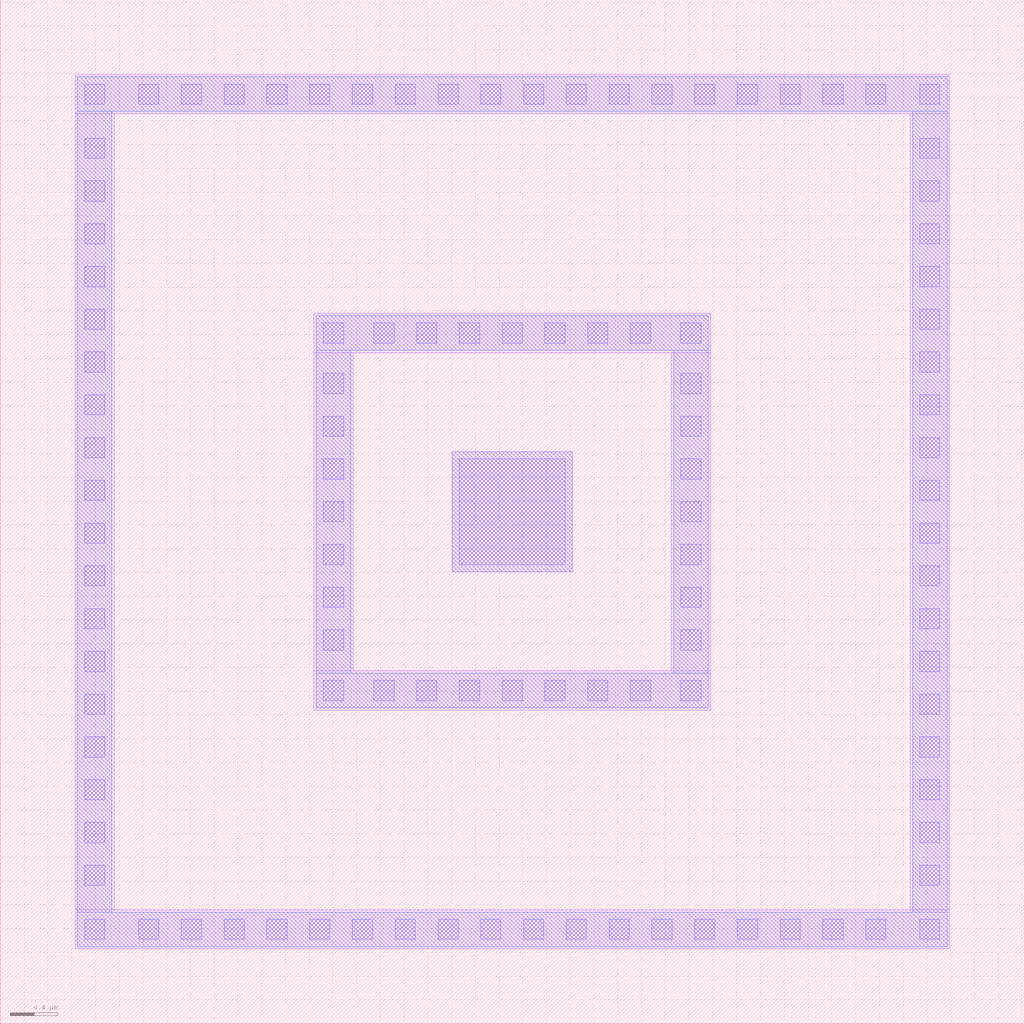
<source format=lef>
# Copyright 2020 The SkyWater PDK Authors
#
# Licensed under the Apache License, Version 2.0 (the "License");
# you may not use this file except in compliance with the License.
# You may obtain a copy of the License at
#
#     https://www.apache.org/licenses/LICENSE-2.0
#
# Unless required by applicable law or agreed to in writing, software
# distributed under the License is distributed on an "AS IS" BASIS,
# WITHOUT WARRANTIES OR CONDITIONS OF ANY KIND, either express or implied.
# See the License for the specific language governing permissions and
# limitations under the License.
#
# SPDX-License-Identifier: Apache-2.0

VERSION 5.7 ;
  NOWIREEXTENSIONATPIN ON ;
  DIVIDERCHAR "/" ;
  BUSBITCHARS "[]" ;
MACRO sky130_fd_pr__rf_npn_05v5_W1p00L1p00
  CLASS BLOCK ;
  FOREIGN sky130_fd_pr__rf_npn_05v5_W1p00L1p00 ;
  ORIGIN  0.000000  0.000000 ;
  SIZE  8.620000 BY  8.620000 ;
  OBS
    LAYER li1 ;
      RECT 0.630000 0.630000 7.990000 0.960000 ;
      RECT 0.630000 0.960000 0.960000 7.660000 ;
      RECT 0.630000 7.660000 7.990000 7.990000 ;
      RECT 2.640000 2.640000 5.980000 2.970000 ;
      RECT 2.640000 2.970000 2.970000 5.650000 ;
      RECT 2.640000 5.650000 5.980000 5.980000 ;
      RECT 3.805000 3.805000 4.815000 4.815000 ;
      RECT 5.650000 2.970000 5.980000 5.650000 ;
      RECT 7.660000 0.960000 7.990000 7.660000 ;
    LAYER mcon ;
      RECT 0.710000 0.710000 0.880000 0.880000 ;
      RECT 0.710000 1.165000 0.880000 1.335000 ;
      RECT 0.710000 1.525000 0.880000 1.695000 ;
      RECT 0.710000 1.885000 0.880000 2.055000 ;
      RECT 0.710000 2.245000 0.880000 2.415000 ;
      RECT 0.710000 2.605000 0.880000 2.775000 ;
      RECT 0.710000 2.965000 0.880000 3.135000 ;
      RECT 0.710000 3.325000 0.880000 3.495000 ;
      RECT 0.710000 3.685000 0.880000 3.855000 ;
      RECT 0.710000 4.045000 0.880000 4.215000 ;
      RECT 0.710000 4.405000 0.880000 4.575000 ;
      RECT 0.710000 4.765000 0.880000 4.935000 ;
      RECT 0.710000 5.125000 0.880000 5.295000 ;
      RECT 0.710000 5.485000 0.880000 5.655000 ;
      RECT 0.710000 5.845000 0.880000 6.015000 ;
      RECT 0.710000 6.205000 0.880000 6.375000 ;
      RECT 0.710000 6.565000 0.880000 6.735000 ;
      RECT 0.710000 6.925000 0.880000 7.095000 ;
      RECT 0.710000 7.285000 0.880000 7.455000 ;
      RECT 0.710000 7.740000 0.880000 7.910000 ;
      RECT 1.165000 0.710000 1.335000 0.880000 ;
      RECT 1.165000 7.740000 1.335000 7.910000 ;
      RECT 1.525000 0.710000 1.695000 0.880000 ;
      RECT 1.525000 7.740000 1.695000 7.910000 ;
      RECT 1.885000 0.710000 2.055000 0.880000 ;
      RECT 1.885000 7.740000 2.055000 7.910000 ;
      RECT 2.245000 0.710000 2.415000 0.880000 ;
      RECT 2.245000 7.740000 2.415000 7.910000 ;
      RECT 2.605000 0.710000 2.775000 0.880000 ;
      RECT 2.605000 7.740000 2.775000 7.910000 ;
      RECT 2.720000 2.720000 2.890000 2.890000 ;
      RECT 2.720000 3.145000 2.890000 3.315000 ;
      RECT 2.720000 3.505000 2.890000 3.675000 ;
      RECT 2.720000 3.865000 2.890000 4.035000 ;
      RECT 2.720000 4.225000 2.890000 4.395000 ;
      RECT 2.720000 4.585000 2.890000 4.755000 ;
      RECT 2.720000 4.945000 2.890000 5.115000 ;
      RECT 2.720000 5.305000 2.890000 5.475000 ;
      RECT 2.720000 5.730000 2.890000 5.900000 ;
      RECT 2.965000 0.710000 3.135000 0.880000 ;
      RECT 2.965000 7.740000 3.135000 7.910000 ;
      RECT 3.145000 2.720000 3.315000 2.890000 ;
      RECT 3.145000 5.730000 3.315000 5.900000 ;
      RECT 3.325000 0.710000 3.495000 0.880000 ;
      RECT 3.325000 7.740000 3.495000 7.910000 ;
      RECT 3.505000 2.720000 3.675000 2.890000 ;
      RECT 3.505000 5.730000 3.675000 5.900000 ;
      RECT 3.685000 0.710000 3.855000 0.880000 ;
      RECT 3.685000 7.740000 3.855000 7.910000 ;
      RECT 3.865000 2.720000 4.035000 2.890000 ;
      RECT 3.865000 3.865000 4.755000 4.755000 ;
      RECT 3.865000 5.730000 4.035000 5.900000 ;
      RECT 4.045000 0.710000 4.215000 0.880000 ;
      RECT 4.045000 7.740000 4.215000 7.910000 ;
      RECT 4.225000 2.720000 4.395000 2.890000 ;
      RECT 4.225000 5.730000 4.395000 5.900000 ;
      RECT 4.405000 0.710000 4.575000 0.880000 ;
      RECT 4.405000 7.740000 4.575000 7.910000 ;
      RECT 4.585000 2.720000 4.755000 2.890000 ;
      RECT 4.585000 5.730000 4.755000 5.900000 ;
      RECT 4.765000 0.710000 4.935000 0.880000 ;
      RECT 4.765000 7.740000 4.935000 7.910000 ;
      RECT 4.945000 2.720000 5.115000 2.890000 ;
      RECT 4.945000 5.730000 5.115000 5.900000 ;
      RECT 5.125000 0.710000 5.295000 0.880000 ;
      RECT 5.125000 7.740000 5.295000 7.910000 ;
      RECT 5.305000 2.720000 5.475000 2.890000 ;
      RECT 5.305000 5.730000 5.475000 5.900000 ;
      RECT 5.485000 0.710000 5.655000 0.880000 ;
      RECT 5.485000 7.740000 5.655000 7.910000 ;
      RECT 5.730000 2.720000 5.900000 2.890000 ;
      RECT 5.730000 3.145000 5.900000 3.315000 ;
      RECT 5.730000 3.505000 5.900000 3.675000 ;
      RECT 5.730000 3.865000 5.900000 4.035000 ;
      RECT 5.730000 4.225000 5.900000 4.395000 ;
      RECT 5.730000 4.585000 5.900000 4.755000 ;
      RECT 5.730000 4.945000 5.900000 5.115000 ;
      RECT 5.730000 5.305000 5.900000 5.475000 ;
      RECT 5.730000 5.730000 5.900000 5.900000 ;
      RECT 5.845000 0.710000 6.015000 0.880000 ;
      RECT 5.845000 7.740000 6.015000 7.910000 ;
      RECT 6.205000 0.710000 6.375000 0.880000 ;
      RECT 6.205000 7.740000 6.375000 7.910000 ;
      RECT 6.565000 0.710000 6.735000 0.880000 ;
      RECT 6.565000 7.740000 6.735000 7.910000 ;
      RECT 6.925000 0.710000 7.095000 0.880000 ;
      RECT 6.925000 7.740000 7.095000 7.910000 ;
      RECT 7.285000 0.710000 7.455000 0.880000 ;
      RECT 7.285000 7.740000 7.455000 7.910000 ;
      RECT 7.740000 0.710000 7.910000 0.880000 ;
      RECT 7.740000 1.165000 7.910000 1.335000 ;
      RECT 7.740000 1.525000 7.910000 1.695000 ;
      RECT 7.740000 1.885000 7.910000 2.055000 ;
      RECT 7.740000 2.245000 7.910000 2.415000 ;
      RECT 7.740000 2.605000 7.910000 2.775000 ;
      RECT 7.740000 2.965000 7.910000 3.135000 ;
      RECT 7.740000 3.325000 7.910000 3.495000 ;
      RECT 7.740000 3.685000 7.910000 3.855000 ;
      RECT 7.740000 4.045000 7.910000 4.215000 ;
      RECT 7.740000 4.405000 7.910000 4.575000 ;
      RECT 7.740000 4.765000 7.910000 4.935000 ;
      RECT 7.740000 5.125000 7.910000 5.295000 ;
      RECT 7.740000 5.485000 7.910000 5.655000 ;
      RECT 7.740000 5.845000 7.910000 6.015000 ;
      RECT 7.740000 6.205000 7.910000 6.375000 ;
      RECT 7.740000 6.565000 7.910000 6.735000 ;
      RECT 7.740000 6.925000 7.910000 7.095000 ;
      RECT 7.740000 7.285000 7.910000 7.455000 ;
      RECT 7.740000 7.740000 7.910000 7.910000 ;
    LAYER met1 ;
      RECT 0.650000 0.650000 7.970000 0.940000 ;
      RECT 0.650000 0.940000 0.940000 7.680000 ;
      RECT 0.650000 7.680000 7.970000 7.970000 ;
      RECT 2.660000 2.660000 5.960000 2.950000 ;
      RECT 2.660000 2.950000 2.950000 5.670000 ;
      RECT 2.660000 5.670000 5.960000 5.960000 ;
      RECT 3.805000 3.805000 4.815000 4.815000 ;
      RECT 5.670000 2.950000 5.960000 5.670000 ;
      RECT 7.680000 0.940000 7.970000 7.680000 ;
  END
END sky130_fd_pr__rf_npn_05v5_W1p00L1p00
END LIBRARY

</source>
